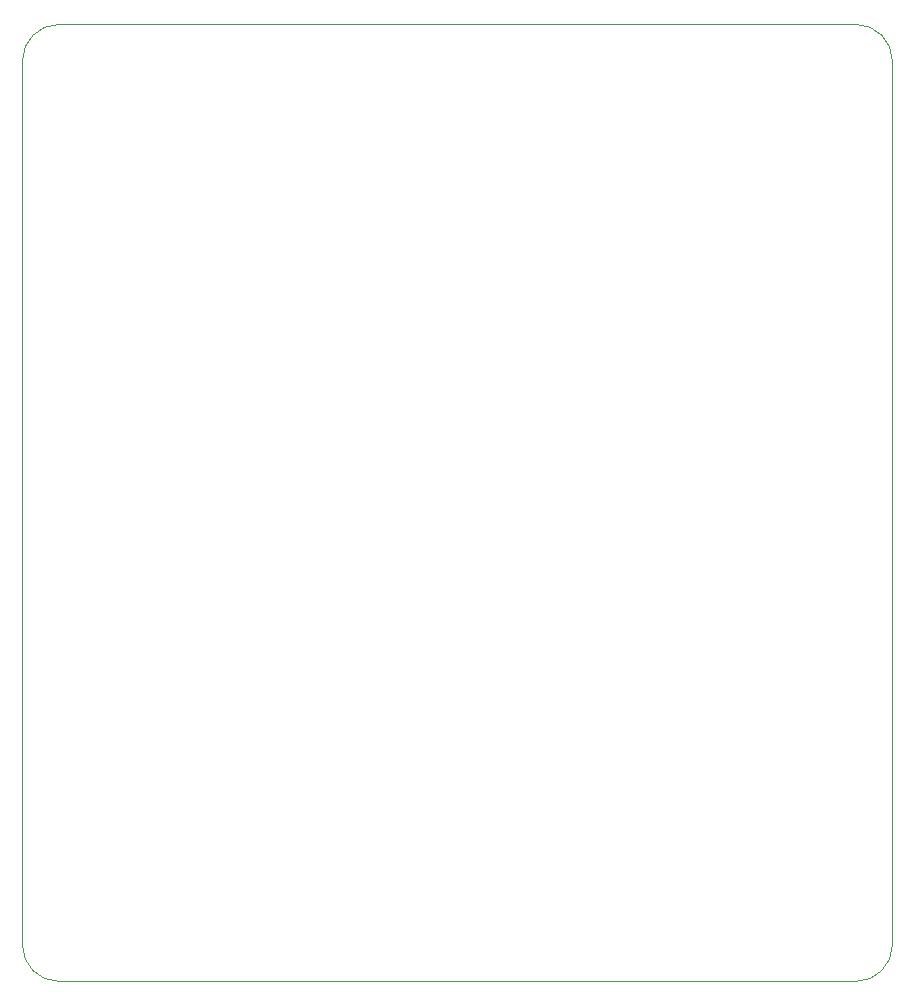
<source format=gbr>
%TF.GenerationSoftware,KiCad,Pcbnew,7.0.2*%
%TF.CreationDate,2023-06-26T18:32:19+02:00*%
%TF.ProjectId,Two_phese_bipolar_stepper_motor,54776f5f-7068-4657-9365-5f6269706f6c,REV1*%
%TF.SameCoordinates,Original*%
%TF.FileFunction,Profile,NP*%
%FSLAX46Y46*%
G04 Gerber Fmt 4.6, Leading zero omitted, Abs format (unit mm)*
G04 Created by KiCad (PCBNEW 7.0.2) date 2023-06-26 18:32:19*
%MOMM*%
%LPD*%
G01*
G04 APERTURE LIST*
%TA.AperFunction,Profile*%
%ADD10C,0.100000*%
%TD*%
G04 APERTURE END LIST*
D10*
X116120000Y-52319957D02*
G75*
G03*
X113029957Y-55410043I0J-3090043D01*
G01*
X116120043Y-133350043D02*
X183600000Y-133350043D01*
X186690000Y-55410043D02*
G75*
G03*
X183599957Y-52320000I-3090000J43D01*
G01*
X116120000Y-52320000D02*
X183599957Y-52320000D01*
X186690043Y-130259957D02*
X186690043Y-55410043D01*
X113029957Y-130260000D02*
G75*
G03*
X116120043Y-133350043I3090043J0D01*
G01*
X183600000Y-133350043D02*
G75*
G03*
X186690043Y-130259957I0J3090043D01*
G01*
X113029957Y-55410043D02*
X113029957Y-130260000D01*
M02*

</source>
